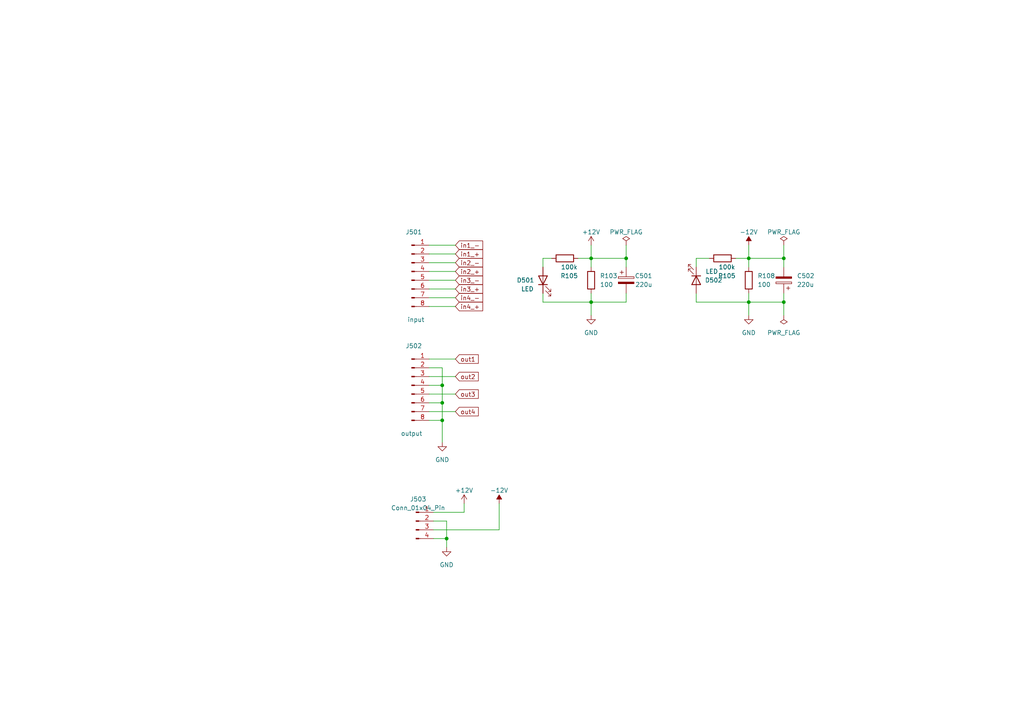
<source format=kicad_sch>
(kicad_sch (version 20230121) (generator eeschema)
  (paper "A4")
  (lib_symbols
    (symbol "Connector:Conn_01x04_Pin" (pin_names (offset 1.016) hide)
      (property "Reference" "J" (at 0 5.08 0))
      (property "Value" "Conn_01x04_Pin" (at 0 -7.62 0))
      (symbol "Conn_01x04_Pin_1_1"
        (polyline (pts (xy 1.27 -5.08) (xy 0.8636 -5.08)) (stroke (width 0.1524)))
        (polyline (pts (xy 1.27 -2.54) (xy 0.8636 -2.54)) (stroke (width 0.1524)))
        (polyline (pts (xy 1.27 0) (xy 0.8636 0)) (stroke (width 0.1524)))
        (polyline (pts (xy 1.27 2.54) (xy 0.8636 2.54)) (stroke (width 0.1524)))
        (rectangle (start 0.8636 -4.953) (end 0 -5.207) (stroke (width 0.1524)) (fill (type outline)))
        (rectangle (start 0.8636 -2.413) (end 0 -2.667) (stroke (width 0.1524)) (fill (type outline)))
        (rectangle (start 0.8636 0.127) (end 0 -0.127) (stroke (width 0.1524)) (fill (type outline)))
        (rectangle (start 0.8636 2.667) (end 0 2.413) (stroke (width 0.1524)) (fill (type outline)))
        (pin passive line (at 5.08 2.54 180) (length 3.81) (name "Pin_1") (number "1"))
        (pin passive line (at 5.08 0 180) (length 3.81) (name "Pin_2") (number "2"))
        (pin passive line (at 5.08 -2.54 180) (length 3.81) (name "Pin_3") (number "3"))
        (pin passive line (at 5.08 -5.08 180) (length 3.81) (name "Pin_4") (number "4"))
      )
    )
    (symbol "Connector:Conn_01x08_Pin" (pin_names (offset 1.016) hide)
      (property "Reference" "J" (at 0 10.16 0))
      (property "Value" "Conn_01x08_Pin" (at 0 -12.7 0))
      (symbol "Conn_01x08_Pin_1_1"
        (polyline (pts (xy 1.27 -10.16) (xy 0.8636 -10.16)) (stroke (width 0.1524)))
        (polyline (pts (xy 1.27 -7.62) (xy 0.8636 -7.62)) (stroke (width 0.1524)))
        (polyline (pts (xy 1.27 -5.08) (xy 0.8636 -5.08)) (stroke (width 0.1524)))
        (polyline (pts (xy 1.27 -2.54) (xy 0.8636 -2.54)) (stroke (width 0.1524)))
        (polyline (pts (xy 1.27 0) (xy 0.8636 0)) (stroke (width 0.1524)))
        (polyline (pts (xy 1.27 2.54) (xy 0.8636 2.54)) (stroke (width 0.1524)))
        (polyline (pts (xy 1.27 5.08) (xy 0.8636 5.08)) (stroke (width 0.1524)))
        (polyline (pts (xy 1.27 7.62) (xy 0.8636 7.62)) (stroke (width 0.1524)))
        (rectangle (start 0.8636 -10.033) (end 0 -10.287) (stroke (width 0.1524)) (fill (type outline)))
        (rectangle (start 0.8636 -7.493) (end 0 -7.747) (stroke (width 0.1524)) (fill (type outline)))
        (rectangle (start 0.8636 -4.953) (end 0 -5.207) (stroke (width 0.1524)) (fill (type outline)))
        (rectangle (start 0.8636 -2.413) (end 0 -2.667) (stroke (width 0.1524)) (fill (type outline)))
        (rectangle (start 0.8636 0.127) (end 0 -0.127) (stroke (width 0.1524)) (fill (type outline)))
        (rectangle (start 0.8636 2.667) (end 0 2.413) (stroke (width 0.1524)) (fill (type outline)))
        (rectangle (start 0.8636 5.207) (end 0 4.953) (stroke (width 0.1524)) (fill (type outline)))
        (rectangle (start 0.8636 7.747) (end 0 7.493) (stroke (width 0.1524)) (fill (type outline)))
        (pin passive line (at 5.08 7.62 180) (length 3.81) (name "Pin_1") (number "1"))
        (pin passive line (at 5.08 5.08 180) (length 3.81) (name "Pin_2") (number "2"))
        (pin passive line (at 5.08 2.54 180) (length 3.81) (name "Pin_3") (number "3"))
        (pin passive line (at 5.08 0 180) (length 3.81) (name "Pin_4") (number "4"))
        (pin passive line (at 5.08 -2.54 180) (length 3.81) (name "Pin_5") (number "5"))
        (pin passive line (at 5.08 -5.08 180) (length 3.81) (name "Pin_6") (number "6"))
        (pin passive line (at 5.08 -7.62 180) (length 3.81) (name "Pin_7") (number "7"))
        (pin passive line (at 5.08 -10.16 180) (length 3.81) (name "Pin_8") (number "8"))
      )
    )
    (symbol "Device:C_Polarized" (pin_numbers hide) (pin_names (offset 0.254))
      (property "Reference" "C" (at 0.635 2.54 0))
      (property "Value" "C_Polarized" (at 0.635 -2.54 0))
      (symbol "C_Polarized_0_1"
        (rectangle (start -2.286 0.508) (end 2.286 1.016))
        (polyline (pts (xy -1.778 2.286) (xy -0.762 2.286)))
        (polyline (pts (xy -1.27 2.794) (xy -1.27 1.778)))
        (rectangle (start 2.286 -0.508) (end -2.286 -1.016) (fill (type outline)))
      )
      (symbol "C_Polarized_1_1"
        (pin passive line (at 0 3.81 270) (length 2.794) (name "~") (number "1"))
        (pin passive line (at 0 -3.81 90) (length 2.794) (name "~") (number "2"))
      )
    )
    (symbol "Device:LED" (pin_numbers hide) (pin_names (offset 1.016) hide)
      (property "Reference" "D" (at 0 2.54 0))
      (property "Value" "LED" (at 0 -2.54 0))
      (symbol "LED_0_1"
        (polyline (pts (xy -1.27 -1.27) (xy -1.27 1.27)) (stroke (width 0.254)))
        (polyline (pts (xy -1.27 0) (xy 1.27 0)))
        (polyline (pts (xy 1.27 -1.27) (xy 1.27 1.27) (xy -1.27 0) (xy 1.27 -1.27)) (stroke (width 0.254)))
        (polyline (pts (xy -3.048 -0.762) (xy -4.572 -2.286) (xy -3.81 -2.286) (xy -4.572 -2.286) (xy -4.572 -1.524)))
        (polyline (pts (xy -1.778 -0.762) (xy -3.302 -2.286) (xy -2.54 -2.286) (xy -3.302 -2.286) (xy -3.302 -1.524)))
      )
      (symbol "LED_1_1"
        (pin passive line (at -3.81 0 0) (length 2.54) (name "K") (number "1"))
        (pin passive line (at 3.81 0 180) (length 2.54) (name "A") (number "2"))
      )
    )
    (symbol "Device:R" (pin_numbers hide) (pin_names (offset 0))
      (property "Reference" "R" (at 2.032 0 90))
      (property "Value" "R" (at 0 0 90))
      (symbol "R_0_1"
        (rectangle (start -1.016 -2.54) (end 1.016 2.54) (stroke (width 0.254)))
      )
      (symbol "R_1_1"
        (pin passive line (at 0 3.81 270) (length 1.27) (name "~") (number "1"))
        (pin passive line (at 0 -3.81 90) (length 1.27) (name "~") (number "2"))
      )
    )
    (symbol "power:+12V" (power) (pin_names (offset 0))
      (property "Value" "+12V" (at 0 3.556 0))
      (symbol "+12V_0_1"
        (polyline (pts (xy -0.762 1.27) (xy 0 2.54)))
        (polyline (pts (xy 0 0) (xy 0 2.54)))
        (polyline (pts (xy 0 2.54) (xy 0.762 1.27)))
      )
      (symbol "+12V_1_1"
        (pin power_in line (at 0 0 90) (length 0) hide (name "+12V") (number "1"))
      )
    )
    (symbol "power:-12V" (power) (pin_names (offset 0))
      (property "Value" "-12V" (at 0 3.81 0))
      (symbol "-12V_0_0"
        (pin power_in line (at 0 0 90) (length 0) hide (name "-12V") (number "1"))
      )
      (symbol "-12V_0_1"
        (polyline (pts (xy 0 0) (xy 0 1.27) (xy 0.762 1.27) (xy 0 2.54) (xy -0.762 1.27) (xy 0 1.27)) (fill (type outline)))
      )
    )
    (symbol "power:GND" (power) (pin_names (offset 0))
      (property "Value" "GND" (at 0 -3.81 0))
      (symbol "GND_0_1"
        (polyline (pts (xy 0 0) (xy 0 -1.27) (xy 1.27 -1.27) (xy 0 -2.54) (xy -1.27 -1.27) (xy 0 -1.27)))
      )
      (symbol "GND_1_1"
        (pin power_in line (at 0 0 270) (length 0) hide (name "GND") (number "1"))
      )
    )
    (symbol "power:PWR_FLAG" (power) (pin_numbers hide) (pin_names (offset 0) hide)
      (property "Value" "PWR_FLAG" (at 0 3.81 0))
      (symbol "PWR_FLAG_0_0"
        (pin power_out line (at 0 0 90) (length 0) (name "pwr") (number "1"))
      )
      (symbol "PWR_FLAG_0_1"
        (polyline (pts (xy 0 0) (xy 0 1.27) (xy -1.016 1.905) (xy 0 2.54) (xy 1.016 1.905) (xy 0 1.27)))
      )
    )
  )
  (junction (at 128.27 111.76))
  (junction (at 128.27 121.92))
  (junction (at 227.33 87.63))
  (junction (at 128.27 116.84))
  (junction (at 171.45 87.63))
  (junction (at 217.17 87.63))
  (junction (at 181.61 74.93))
  (junction (at 227.33 74.93))
  (junction (at 171.45 74.93))
  (junction (at 129.54 156.21))
  (junction (at 217.17 74.93))
  (wire (pts (xy 124.46 83.82) (xy 132.08 83.82)))
  (wire (pts (xy 124.46 111.76) (xy 128.27 111.76)))
  (wire (pts (xy 125.73 153.67) (xy 144.78 153.67)))
  (wire (pts (xy 124.46 88.9) (xy 132.08 88.9)))
  (wire (pts (xy 124.46 116.84) (xy 128.27 116.84)))
  (wire (pts (xy 128.27 106.68) (xy 128.27 111.76)))
  (wire (pts (xy 171.45 71.12) (xy 171.45 74.93)))
  (wire (pts (xy 171.45 74.93) (xy 181.61 74.93)))
  (wire (pts (xy 205.74 74.93) (xy 201.93 74.93)))
  (wire (pts (xy 125.73 156.21) (xy 129.54 156.21)))
  (wire (pts (xy 201.93 87.63) (xy 217.17 87.63)))
  (wire (pts (xy 227.33 74.93) (xy 227.33 77.47)))
  (wire (pts (xy 227.33 71.12) (xy 227.33 74.93)))
  (wire (pts (xy 124.46 86.36) (xy 132.08 86.36)))
  (wire (pts (xy 171.45 85.09) (xy 171.45 87.63)))
  (wire (pts (xy 124.46 106.68) (xy 128.27 106.68)))
  (wire (pts (xy 181.61 87.63) (xy 181.61 85.09)))
  (wire (pts (xy 167.64 74.93) (xy 171.45 74.93)))
  (wire (pts (xy 124.46 104.14) (xy 132.08 104.14)))
  (wire (pts (xy 124.46 71.12) (xy 132.08 71.12)))
  (wire (pts (xy 181.61 71.12) (xy 181.61 74.93)))
  (wire (pts (xy 128.27 116.84) (xy 128.27 121.92)))
  (wire (pts (xy 124.46 78.74) (xy 132.08 78.74)))
  (wire (pts (xy 171.45 87.63) (xy 181.61 87.63)))
  (wire (pts (xy 128.27 121.92) (xy 128.27 128.27)))
  (wire (pts (xy 125.73 148.59) (xy 134.62 148.59)))
  (wire (pts (xy 217.17 71.12) (xy 217.17 74.93)))
  (wire (pts (xy 134.62 148.59) (xy 134.62 146.05)))
  (wire (pts (xy 129.54 156.21) (xy 129.54 158.75)))
  (wire (pts (xy 213.36 74.93) (xy 217.17 74.93)))
  (wire (pts (xy 201.93 85.09) (xy 201.93 87.63)))
  (wire (pts (xy 217.17 87.63) (xy 227.33 87.63)))
  (wire (pts (xy 124.46 73.66) (xy 132.08 73.66)))
  (wire (pts (xy 124.46 121.92) (xy 128.27 121.92)))
  (wire (pts (xy 124.46 81.28) (xy 132.08 81.28)))
  (wire (pts (xy 217.17 74.93) (xy 217.17 77.47)))
  (wire (pts (xy 157.48 85.09) (xy 157.48 87.63)))
  (wire (pts (xy 171.45 87.63) (xy 171.45 91.44)))
  (wire (pts (xy 124.46 76.2) (xy 132.08 76.2)))
  (wire (pts (xy 129.54 151.13) (xy 129.54 156.21)))
  (wire (pts (xy 157.48 87.63) (xy 171.45 87.63)))
  (wire (pts (xy 217.17 85.09) (xy 217.17 87.63)))
  (wire (pts (xy 217.17 74.93) (xy 227.33 74.93)))
  (wire (pts (xy 124.46 114.3) (xy 132.08 114.3)))
  (wire (pts (xy 125.73 151.13) (xy 129.54 151.13)))
  (wire (pts (xy 160.02 74.93) (xy 157.48 74.93)))
  (wire (pts (xy 227.33 85.09) (xy 227.33 87.63)))
  (wire (pts (xy 124.46 119.38) (xy 132.08 119.38)))
  (wire (pts (xy 201.93 74.93) (xy 201.93 77.47)))
  (wire (pts (xy 217.17 87.63) (xy 217.17 91.44)))
  (wire (pts (xy 144.78 153.67) (xy 144.78 146.05)))
  (wire (pts (xy 171.45 77.47) (xy 171.45 74.93)))
  (wire (pts (xy 227.33 87.63) (xy 227.33 91.44)))
  (wire (pts (xy 128.27 111.76) (xy 128.27 116.84)))
  (wire (pts (xy 124.46 109.22) (xy 132.08 109.22)))
  (wire (pts (xy 157.48 74.93) (xy 157.48 77.47)))
  (wire (pts (xy 181.61 74.93) (xy 181.61 77.47)))
  (global_label "in1_+" (shape input) (at 132.08 73.66 0) (property "Intersheetrefs" "${INTERSHEET_REFS}" (effects hide)))
  (global_label "out3" (shape input) (at 132.08 114.3 0) (property "Intersheetrefs" "${INTERSHEET_REFS}" (effects hide)))
  (global_label "in3_+" (shape input) (at 132.08 83.82 0) (property "Intersheetrefs" "${INTERSHEET_REFS}" (effects hide)))
  (global_label "in4_+" (shape input) (at 132.08 88.9 0) (property "Intersheetrefs" "${INTERSHEET_REFS}" (effects hide)))
  (global_label "in4_-" (shape input) (at 132.08 86.36 0) (property "Intersheetrefs" "${INTERSHEET_REFS}" (effects hide)))
  (global_label "out4" (shape input) (at 132.08 119.38 0) (property "Intersheetrefs" "${INTERSHEET_REFS}" (effects hide)))
  (global_label "out2" (shape input) (at 132.08 109.22 0) (property "Intersheetrefs" "${INTERSHEET_REFS}" (effects hide)))
  (global_label "in2_-" (shape input) (at 132.08 76.2 0) (property "Intersheetrefs" "${INTERSHEET_REFS}" (effects hide)))
  (global_label "in1_-" (shape input) (at 132.08 71.12 0) (property "Intersheetrefs" "${INTERSHEET_REFS}" (effects hide)))
  (global_label "in2_+" (shape input) (at 132.08 78.74 0) (property "Intersheetrefs" "${INTERSHEET_REFS}" (effects hide)))
  (global_label "out1" (shape input) (at 132.08 104.14 0) (property "Intersheetrefs" "${INTERSHEET_REFS}" (effects hide)))
  (global_label "in3_-" (shape input) (at 132.08 81.28 0) (property "Intersheetrefs" "${INTERSHEET_REFS}" (effects hide)))
  (symbol (lib_id "Device:C_Polarized") (at 227.33 81.28 180) (unit 1)
    (property "Reference" "C502" (at 231.14 80.01 0) (effects (justify right)))
    (property "Value" "220u" (at 231.14 82.55 0) (effects (justify right)))
    (property "Footprint" "Capacitor_SMD:C_Elec_8x10.2" (effects hide))
  )
  (symbol (lib_id "power:GND") (at 217.17 91.44 0) (unit 1)
    (property "Reference" "#PWR0108" (effects hide))
    (property "Value" "GND" (at 217.17 96.52 0))
    (instances (project "amp_green_island" (path "" (reference "#PWR0108") (unit 1)) (path "" (reference "#PWR0508") (unit 1))))
  )
  (symbol (lib_id "power:PWR_FLAG") (at 227.33 71.12 0) (unit 1)
    (property "Reference" "#FLG0102" (effects hide))
    (property "Value" "PWR_FLAG" (at 227.33 67.31 0))
    (instances (project "amp_green_island" (path "" (reference "#FLG0102") (unit 1)) (path "" (reference "#FLG0502") (unit 1))))
  )
  (symbol (lib_id "Connector:Conn_01x04_Pin") (at 120.65 151.13 0) (unit 1)
    (property "Reference" "J503" (at 121.285 144.78 0))
    (property "Value" "Conn_01x04_Pin" (at 121.285 147.32 0))
    (property "Footprint" "Connector_TE-Connectivity:TE_Micro-MaTch_215079-4_2x02_P1.27mm_Vertical" (effects hide))
  )
  (symbol (lib_id "Device:R") (at 171.45 81.28 0) (unit 1)
    (property "Reference" "R103" (at 173.99 80.01 0) (effects (justify left)))
    (property "Value" "100" (at 173.99 82.55 0) (effects (justify left)))
    (property "Footprint" "Resistor_THT:R_Axial_DIN0411_L9.9mm_D3.6mm_P12.70mm_Horizontal" (effects hide))
    (instances (project "amp_green_island" (path "" (reference "R103") (unit 1)) (path "" (reference "R501") (unit 1))))
  )
  (symbol (lib_id "Connector:Conn_01x08_Pin") (at 119.38 78.74 0) (unit 1)
    (property "Reference" "J501" (at 120.015 67.31 0))
    (property "Value" "input" (at 120.65 92.71 0))
    (property "Footprint" "Connector_TE-Connectivity:TE_Micro-MaTch_215079-8_2x04_P1.27mm_Vertical" (effects hide))
  )
  (symbol (lib_id "Device:LED") (at 201.93 81.28 270) (unit 1)
    (property "Reference" "D502" (at 209.55 81.28 90) (effects (justify right)))
    (property "Value" "LED" (at 208.28 78.74 90) (effects (justify right)))
    (property "Footprint" "LED_SMD:LED_0805_2012Metric_Pad1.15x1.40mm_HandSolder" (effects hide))
  )
  (symbol (lib_id "power:GND") (at 171.45 91.44 0) (unit 1)
    (property "Reference" "#PWR0102" (effects hide))
    (property "Value" "GND" (at 171.45 96.52 0))
    (instances (project "amp_green_island" (path "" (reference "#PWR0102") (unit 1)) (path "" (reference "#PWR0506") (unit 1))))
  )
  (symbol (lib_id "Connector:Conn_01x08_Pin") (at 119.38 111.76 0) (unit 1)
    (property "Reference" "J502" (at 120.015 100.33 0))
    (property "Value" "output" (at 119.38 125.73 0))
    (property "Footprint" "Connector_TE-Connectivity:TE_Micro-MaTch_215079-8_2x04_P1.27mm_Vertical" (effects hide))
  )
  (symbol (lib_id "power:-12V") (at 217.17 71.12 0) (unit 1)
    (property "Reference" "#PWR0107" (effects hide))
    (property "Value" "-12V" (at 217.17 67.31 0))
    (instances (project "amp_green_island" (path "" (reference "#PWR0107") (unit 1)) (path "" (reference "#PWR0507") (unit 1))))
  )
  (symbol (lib_id "Device:R") (at 217.17 81.28 0) (unit 1)
    (property "Reference" "R108" (at 219.71 80.01 0) (effects (justify left)))
    (property "Value" "100" (at 219.71 82.55 0) (effects (justify left)))
    (property "Footprint" "Resistor_THT:R_Axial_DIN0411_L9.9mm_D3.6mm_P12.70mm_Horizontal" (effects hide))
    (instances (project "amp_green_island" (path "" (reference "R108") (unit 1)) (path "" (reference "R502") (unit 1))))
  )
  (symbol (lib_id "Device:R") (at 209.55 74.93 270) (unit 1)
    (property "Reference" "R105" (at 210.82 80.01 90))
    (property "Value" "100k" (at 210.82 77.47 90))
    (property "Footprint" "Resistor_SMD:R_0805_2012Metric_Pad1.20x1.40mm_HandSolder" (effects hide))
    (instances (project "amp_green_island" (path "" (reference "R105") (unit 1)) (path "" (reference "R504") (unit 1))))
  )
  (symbol (lib_id "power:-12V") (at 144.78 146.05 0) (unit 1)
    (property "Reference" "#PWR0504" (effects hide))
    (property "Value" "-12V" (at 144.78 142.24 0))
  )
  (symbol (lib_id "power:PWR_FLAG") (at 181.61 71.12 0) (unit 1)
    (property "Reference" "#FLG0101" (effects hide))
    (property "Value" "PWR_FLAG" (at 181.61 67.31 0))
    (instances (project "amp_green_island" (path "" (reference "#FLG0101") (unit 1)) (path "" (reference "#FLG0501") (unit 1))))
  )
  (symbol (lib_id "power:+12V") (at 134.62 146.05 0) (unit 1)
    (property "Reference" "#PWR0503" (effects hide))
    (property "Value" "+12V" (at 134.62 142.24 0))
  )
  (symbol (lib_id "power:PWR_FLAG") (at 227.33 91.44 180) (unit 1)
    (property "Reference" "#FLG0103" (effects hide))
    (property "Value" "PWR_FLAG" (at 227.33 96.52 0))
    (instances (project "amp_green_island" (path "" (reference "#FLG0103") (unit 1)) (path "" (reference "#FLG0503") (unit 1))))
  )
  (symbol (lib_id "power:GND") (at 129.54 158.75 0) (unit 1)
    (property "Reference" "#PWR0502" (effects hide))
    (property "Value" "GND" (at 129.54 163.83 0))
  )
  (symbol (lib_id "power:GND") (at 128.27 128.27 0) (unit 1)
    (property "Reference" "#PWR0501" (effects hide))
    (property "Value" "GND" (at 128.27 133.35 0))
  )
  (symbol (lib_id "Device:LED") (at 157.48 81.28 90) (unit 1)
    (property "Reference" "D501" (at 149.86 81.28 90) (effects (justify right)))
    (property "Value" "LED" (at 151.13 83.82 90) (effects (justify right)))
    (property "Footprint" "LED_SMD:LED_0805_2012Metric_Pad1.15x1.40mm_HandSolder" (effects hide))
  )
  (symbol (lib_id "Device:R") (at 163.83 74.93 270) (unit 1)
    (property "Reference" "R105" (at 165.1 80.01 90))
    (property "Value" "100k" (at 165.1 77.47 90))
    (property "Footprint" "Resistor_SMD:R_0805_2012Metric_Pad1.20x1.40mm_HandSolder" (effects hide))
    (instances (project "amp_green_island" (path "" (reference "R105") (unit 1)) (path "" (reference "R503") (unit 1))))
  )
  (symbol (lib_id "Device:C_Polarized") (at 181.61 81.28 0) (unit 1)
    (property "Reference" "C501" (at 189.23 80.01 0) (effects (justify right)))
    (property "Value" "220u" (at 189.23 82.55 0) (effects (justify right)))
    (property "Footprint" "Capacitor_SMD:C_Elec_8x10.2" (effects hide))
  )
  (symbol (lib_id "power:+12V") (at 171.45 71.12 0) (unit 1)
    (property "Reference" "#PWR0101" (effects hide))
    (property "Value" "+12V" (at 171.45 67.31 0))
    (instances (project "amp_green_island" (path "" (reference "#PWR0101") (unit 1)) (path "" (reference "#PWR0505") (unit 1))))
  )
)
</source>
